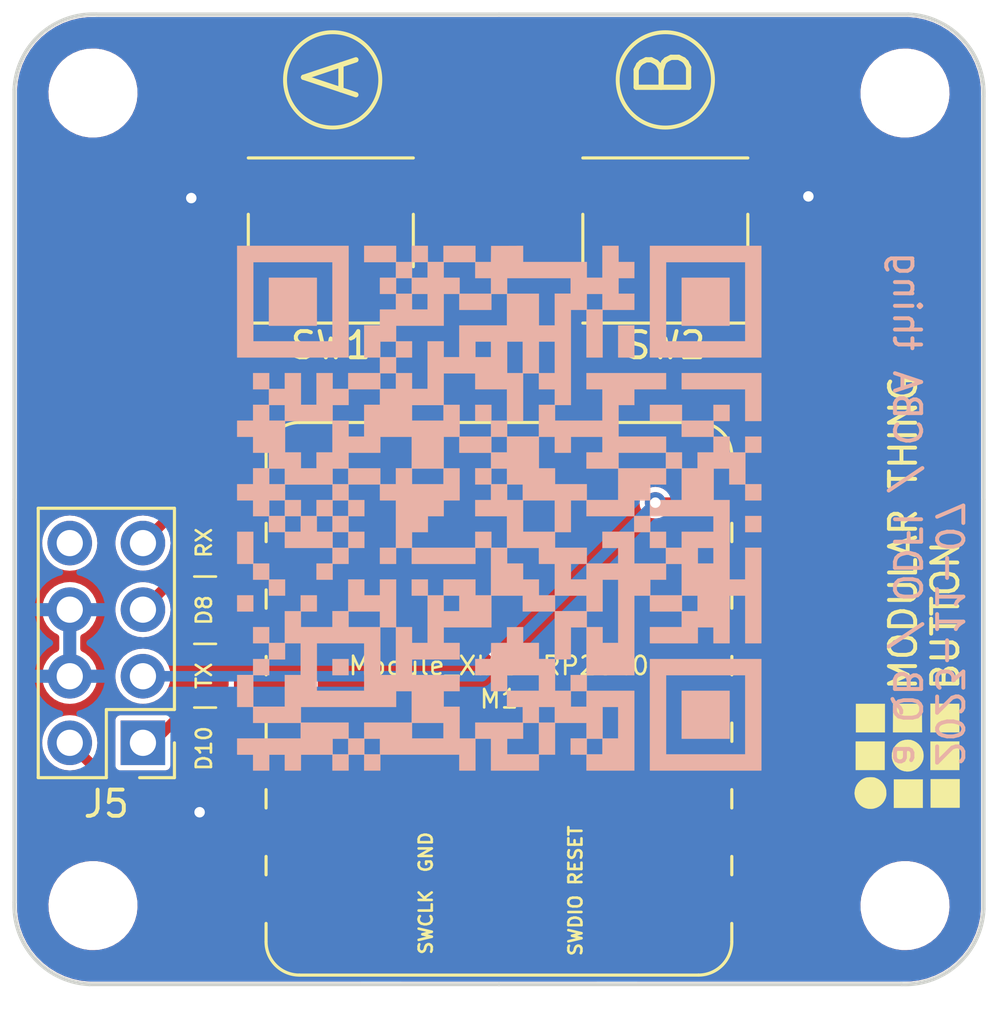
<source format=kicad_pcb>
(kicad_pcb (version 20221018) (generator pcbnew)
  (layers (0 "F.Cu" signal) (31 "B.Cu" signal) (34 "B.Paste" user) (35 "F.Paste" user) (36 "B.SilkS" user "B.Silkscreen") (37 "F.SilkS" user "F.Silkscreen") (38 "B.Mask" user) (39 "F.Mask" user) (44 "Edge.Cuts" user))
  (net 0 "")
  (net 1 "PWR_GND")
  (net 2 "B_P3")
  (net 3 "B_P2")
  (net 11 "PWR_5V")
  (net 12 "PWR_3V3")
  (net 15 "B_TX")
  (net 16 "B_RX")
  (net 18 "BTN_A")
  (net 19 "BTN_B")
  (footprint "fab:Mounting_NEMA17" (layer "F.Cu") (at 139.7 63.5)
    (fp_text reference "REF**" hide)
    (fp_text value "Mounting_NEMA17" hide)
    (pad "" np_thru_hole circle locked (at -15.5 -15.5) (size 3.2 3.2) (drill 3.2) (layers "F&B.Cu" "*.Mask"))
    (pad "" np_thru_hole circle locked (at -15.5 15.5) (size 3.2 3.2) (drill 3.2) (layers "F&B.Cu" "*.Mask"))
    (pad "" np_thru_hole circle locked (at 15.5 -15.5) (size 3.2 3.2) (drill 3.2) (layers "F&B.Cu" "*.Mask"))
    (pad "" np_thru_hole circle locked (at 15.5 15.5) (size 3.2 3.2) (drill 3.2) (layers "F&B.Cu" "*.Mask"))
  )
  (footprint "fab:Button_Omron_B3SN_6.0x6.0mm" (layer "F.Cu") (at 146.05 53.626 180)
    (fp_text reference "SW2" (at 0 -4) (layer "F.SilkS"))
    (fp_text value "Switch_Tactile_Omron" hide)
    (fp_line (start -3.15 -3.15) (end 3.15 -3.15) (stroke (width 0.12)) (layer "F.SilkS"))
    (fp_line (start -3.15 1) (end -3.15 -1) (stroke (width 0.12)) (layer "F.SilkS"))
    (fp_line (start 3.15 -1) (end 3.15 1) (stroke (width 0.12)) (layer "F.SilkS"))
    (fp_line (start 3.15 3.15) (end -3.15 3.15) (stroke (width 0.12)) (layer "F.SilkS"))
    (pad "1" smd rect (at -3.5 -2 180) (size 2.5 1.5) (layers "F.Cu" "F.Paste" "F.Mask") (net 19 "BTN_B"))
    (pad "1" smd rect (at 3.5 -2 180) (size 2.5 1.5) (layers "F.Cu" "F.Paste" "F.Mask") (net 19 "BTN_B"))
    (pad "2" smd rect (at -3.5 2 180) (size 2.5 1.5) (layers "F.Cu" "F.Paste" "F.Mask") (net 1 "PWR_GND"))
    (pad "2" smd rect (at 3.5 2 180) (size 2.5 1.5) (layers "F.Cu" "F.Paste" "F.Mask") (net 1 "PWR_GND"))
  )
  (footprint "fab:SeeedStudio_XIAO_RP2040_SMD" (layer "F.Cu") (at 139.7 71.12 180)
    (fp_text reference "M1" (at 0 0 unlocked) (layer "F.SilkS") (effects (font (size 0.7 0.7) (thickness 0.1))))
    (fp_text value "Module_XIAO-RP2040" (at 0.005 1.27 unlocked) (layer "F.SilkS") (effects (font (size 0.7 0.7) (thickness 0.1))))
    (fp_text user "SWCLK" (at 2.794 -8.509 90 unlocked) (layer "F.SilkS") (effects (font (size 0.5 0.5) (thickness 0.1) bold)))
    (fp_text user "GND" (at 2.794 -5.842 90 unlocked) (layer "F.SilkS") (effects (font (size 0.5 0.5) (thickness 0.1) bold)))
    (fp_text user "SWDIO" (at -2.921 -8.636 90 unlocked) (layer "F.SilkS") (effects (font (size 0.5 0.5) (thickness 0.1) bold)))
    (fp_text user "RESET" (at -2.921 -5.969 90 unlocked) (layer "F.SilkS") (effects (font (size 0.5 0.5) (thickness 0.1) bold)))
    (fp_line (start -8.89 -0.9144) (end -8.89 -1.6156) (stroke (width 0.12)) (layer "F.SilkS"))
    (fp_line (start -8.89 1.6256) (end -8.89 0.9244) (stroke (width 0.12)) (layer "F.SilkS"))
    (fp_line (start -8.89 4.1656) (end -8.89 3.4644) (stroke (width 0.12)) (layer "F.SilkS"))
    (fp_line (start -8.89 6.7056) (end -8.89 6.0044) (stroke (width 0.12)) (layer "F.SilkS"))
    (fp_line (start -8.89 9.281) (end -8.89 8.5798) (stroke (width 0.12)) (layer "F.SilkS"))
    (fp_line (start -8.8875 -8.5598) (end -8.8875 -9.261) (stroke (width 0.12)) (layer "F.SilkS"))
    (fp_line (start -8.8875 -6.7056) (end -8.8875 -6.0044) (stroke (width 0.12)) (layer "F.SilkS"))
    (fp_line (start -8.8875 -3.4544) (end -8.8875 -4.1556) (stroke (width 0.12)) (layer "F.SilkS"))
    (fp_line (start -7.6175 -10.531) (end 7.6225 -10.531) (stroke (width 0.12)) (layer "F.SilkS"))
    (fp_line (start 7.6225 10.551) (end -7.6175 10.551) (stroke (width 0.12)) (layer "F.SilkS"))
    (fp_line (start 8.89 -0.9144) (end 8.89 -1.6156) (stroke (width 0.12)) (layer "F.SilkS"))
    (fp_line (start 8.89 1.6256) (end 8.89 0.9244) (stroke (width 0.12)) (layer "F.SilkS"))
    (fp_line (start 8.89 4.1656) (end 8.89 3.4644) (stroke (width 0.12)) (layer "F.SilkS"))
    (fp_line (start 8.89 6.7056) (end 8.89 6.0044) (stroke (width 0.12)) (layer "F.SilkS"))
    (fp_line (start 8.89 9.281) (end 8.89 8.5798) (stroke (width 0.12)) (layer "F.SilkS"))
    (fp_line (start 8.8925 -8.5598) (end 8.8925 -9.261) (stroke (width 0.12)) (layer "F.SilkS"))
    (fp_line (start 8.8925 -6.7056) (end 8.8925 -6.0044) (stroke (width 0.12)) (layer "F.SilkS"))
    (fp_line (start 8.8925 -3.4544) (end 8.8925 -4.1556) (stroke (width 0.12)) (layer "F.SilkS"))
    (fp_arc (start -8.8875 -9.261) (mid -8.515526 -10.159026) (end -7.6175 -10.531) (stroke (width 0.12)) (layer "F.SilkS"))
    (fp_arc (start -7.6175 10.551) (mid -8.515526 10.179026) (end -8.8875 9.281) (stroke (width 0.12)) (layer "F.SilkS"))
    (fp_arc (start 7.6225 -10.531) (mid 8.520526 -10.159026) (end 8.8925 -9.261) (stroke (width 0.12)) (layer "F.SilkS"))
    (fp_arc (start 8.8925 9.281) (mid 8.520526 10.179026) (end 7.6225 10.551) (stroke (width 0.12)) (layer "F.SilkS"))
    (pad "1" smd rect (at -7.615 -7.62 180) (size 3 1.6) (drill (offset -1 0)) (layers "F.Cu" "F.Paste" "F.Mask"))
    (pad "2" smd rect (at -7.615 -5.08 180) (size 3 1.6) (drill (offset -1 0)) (layers "F.Cu" "F.Paste" "F.Mask"))
    (pad "3" smd rect (at -7.615 -2.54 180) (size 3 1.6) (drill (offset -1 0)) (layers "F.Cu" "F.Paste" "F.Mask"))
    (pad "4" smd rect (at -7.615 0 180) (size 3 1.6) (drill (offset -1 0)) (layers "F.Cu" "F.Paste" "F.Mask") (net 18 "BTN_A"))
    (pad "5" smd rect (at -7.615 2.54 180) (size 3 1.6) (drill (offset -1 0)) (layers "F.Cu" "F.Paste" "F.Mask") (net 19 "BTN_B"))
    (pad "6" smd rect (at -7.615 5.08 180) (size 3 1.6) (drill (offset -1 0)) (layers "F.Cu" "F.Paste" "F.Mask"))
    (pad "7" smd rect (at -7.615 7.62 180) (size 3 1.6) (drill (offset -1 0)) (layers "F.Cu" "F.Paste" "F.Mask") (net 15 "B_TX"))
    (pad "8" smd rect (at 7.62 7.62 180) (size 3 1.6) (drill (offset 1 0)) (layers "F.Cu" "F.Paste" "F.Mask") (net 16 "B_RX"))
    (pad "9" smd rect (at 7.62 5.08 180) (size 3 1.6) (drill (offset 1 0)) (layers "F.Cu" "F.Paste" "F.Mask") (net 3 "B_P2"))
    (pad "10" smd rect (at 7.62 2.54 180) (size 3 1.6) (drill (offset 1 0)) (layers "F.Cu" "F.Paste" "F.Mask"))
    (pad "11" smd rect (at 7.62 0 180) (size 3 1.6) (drill (offset 1 0)) (layers "F.Cu" "F.Paste" "F.Mask") (net 2 "B_P3"))
    (pad "12" smd rect (at 7.62 -2.54 180) (size 3 1.6) (drill (offset 1 0)) (layers "F.Cu" "F.Paste" "F.Mask") (net 12 "PWR_3V3"))
    (pad "13" smd rect (at 7.62 -5.08 180) (size 3 1.6) (drill (offset 1 0)) (layers "F.Cu" "F.Paste" "F.Mask") (net 1 "PWR_GND"))
    (pad "14" smd rect (at 7.62 -7.62 180) (size 3 1.6) (drill (offset 1 0)) (layers "F.Cu" "F.Paste" "F.Mask") (net 11 "PWR_5V"))
    (pad "15" smd rect (at 1.275 8.89 90) (size 2.4 1.2) (layers "F.Cu" "F.Paste" "F.Mask"))
    (pad "16" smd rect (at -1.265 8.89 90) (size 2.4 1.2) (layers "F.Cu" "F.Paste" "F.Mask"))
    (pad "17" smd circle (at -1.27 -8.5 180) (size 1.2 1.2) (layers "F.Cu" "F.Paste" "F.Mask"))
    (pad "18" smd circle (at -1.27 -5.96 180) (size 1.2 1.2) (layers "F.Cu" "F.Paste" "F.Mask"))
    (pad "19" smd circle (at 1.27 -5.96 180) (size 1.2 1.2) (layers "F.Cu" "F.Paste" "F.Mask"))
    (pad "20" smd circle (at 1.27 -8.5 180) (size 1.2 1.2) (layers "F.Cu" "F.Paste" "F.Mask"))
    (zone (net 0) (net_name "") (layers "F.Cu" "F.Paste" "F.Mask" "User.1") (name "USB_MECHA") (connect_pads (clearance 0)) (min_thickness 0.25)
      (keepout (tracks not_allowed) (vias not_allowed) (pads not_allowed) (copperpour not_allowed) (footprints not_allowed))
      (fill (thermal_gap 0.5) (thermal_bridge_width 0.5))
      (polygon (pts (xy 135.9 77.62) (xy 134.5 77.62) (xy 134.5 75.42) (xy 135.9 75.42)))
    )
    (zone (net 0) (net_name "") (layers "F.Cu" "F.Paste" "F.Mask" "User.1") (name "USB_MECHA") (connect_pads (clearance 0)) (min_thickness 0.25)
      (keepout (tracks not_allowed) (vias not_allowed) (pads not_allowed) (copperpour not_allowed) (footprints not_allowed))
      (fill (thermal_gap 0.5) (thermal_bridge_width 0.5))
      (polygon (pts (xy 135.9 81.67) (xy 134.5 81.67) (xy 134.5 79.62) (xy 135.9 79.62)))
    )
    (zone (net 0) (net_name "") (layers "F.Cu" "F.Paste" "F.Mask" "User.1") (name "USB_MECHA") (connect_pads (clearance 0)) (min_thickness 0.25)
      (keepout (tracks not_allowed) (vias not_allowed) (pads not_allowed) (copperpour not_allowed) (footprints not_allowed))
      (fill (thermal_gap 0.5) (thermal_bridge_width 0.5))
      (polygon (pts (xy 144.9 77.62) (xy 143.5 77.62) (xy 143.5 75.42) (xy 144.9 75.42)))
    )
    (zone (net 0) (net_name "") (layers "F.Cu" "F.Paste" "F.Mask" "User.1") (name "USB_MECHA") (connect_pads (clearance 0)) (min_thickness 0.25)
      (keepout (tracks not_allowed) (vias not_allowed) (pads not_allowed) (copperpour not_allowed) (footprints not_allowed))
      (fill (thermal_gap 0.5) (thermal_bridge_width 0.5))
      (polygon (pts (xy 144.9 81.67) (xy 143.5 81.67) (xy 143.5 79.62) (xy 144.9 79.62)))
    )
  )
  (footprint "fab:Button_Omron_B3SN_6.0x6.0mm" (layer "F.Cu") (at 133.279 53.626 180)
    (fp_text reference "SW1" (at 0 -4) (layer "F.SilkS"))
    (fp_text value "Switch_Tactile_Omron" hide)
    (fp_line (start -3.15 -3.15) (end 3.15 -3.15) (stroke (width 0.12)) (layer "F.SilkS"))
    (fp_line (start -3.15 1) (end -3.15 -1) (stroke (width 0.12)) (layer "F.SilkS"))
    (fp_line (start 3.15 -1) (end 3.15 1) (stroke (width 0.12)) (layer "F.SilkS"))
    (fp_line (start 3.15 3.15) (end -3.15 3.15) (stroke (width 0.12)) (layer "F.SilkS"))
    (pad "1" smd rect (at -3.5 -2 180) (size 2.5 1.5) (layers "F.Cu" "F.Paste" "F.Mask") (net 18 "BTN_A"))
    (pad "1" smd rect (at 3.5 -2 180) (size 2.5 1.5) (layers "F.Cu" "F.Paste" "F.Mask") (net 18 "BTN_A"))
    (pad "2" smd rect (at -3.5 2 180) (size 2.5 1.5) (layers "F.Cu" "F.Paste" "F.Mask") (net 1 "PWR_GND"))
    (pad "2" smd rect (at 3.5 2 180) (size 2.5 1.5) (layers "F.Cu" "F.Paste" "F.Mask") (net 1 "PWR_GND"))
  )
  (footprint "fab:PinHeader_2x04_P2.54mm_Vertical_pinch" (layer "F.Cu") (at 125.98 72.79 180)
    (fp_text reference "J5" (at 1.27 -2.33) (layer "F.SilkS"))
    (fp_text value "Conn_02x04_Odd_Even" hide)
    (fp_line (start -1.33 -1.33) (end 0 -1.33) (stroke (width 0.12)) (layer "F.SilkS"))
    (fp_line (start -1.33 0) (end -1.33 -1.33) (stroke (width 0.12)) (layer "F.SilkS"))
    (fp_line (start -1.33 1.27) (end -1.33 8.95) (stroke (width 0.12)) (layer "F.SilkS"))
    (fp_line (start -1.33 1.27) (end 1.27 1.27) (stroke (width 0.12)) (layer "F.SilkS"))
    (fp_line (start -1.33 8.95) (end 3.87 8.95) (stroke (width 0.12)) (layer "F.SilkS"))
    (fp_line (start 1.27 -1.33) (end 3.87 -1.33) (stroke (width 0.12)) (layer "F.SilkS"))
    (fp_line (start 1.27 1.27) (end 1.27 -1.33) (stroke (width 0.12)) (layer "F.SilkS"))
    (fp_line (start 3.87 -1.33) (end 3.87 8.95) (stroke (width 0.12)) (layer "F.SilkS"))
    (pad "1" thru_hole rect (at -0.127 0 180) (size 1.7 1.7) (drill 1) (layers "*.Cu" "*.Mask") (net 2 "B_P3"))
    (pad "2" thru_hole oval (at 2.667 0 180) (size 1.7 1.7) (drill 1) (layers "*.Cu" "*.Mask") (net 11 "PWR_5V"))
    (pad "3" thru_hole oval (at -0.127 2.54 180) (size 1.7 1.7) (drill 1) (layers "*.Cu" "*.Mask") (net 15 "B_TX"))
    (pad "4" thru_hole oval (at 2.667 2.54 180) (size 1.7 1.7) (drill 1) (layers "*.Cu" "*.Mask") (net 1 "PWR_GND"))
    (pad "5" thru_hole oval (at -0.127 5.08 180) (size 1.7 1.7) (drill 1) (layers "*.Cu" "*.Mask") (net 3 "B_P2"))
    (pad "6" thru_hole oval (at 2.667 5.08 180) (size 1.7 1.7) (drill 1) (layers "*.Cu" "*.Mask") (net 1 "PWR_GND"))
    (pad "7" thru_hole oval (at -0.127 7.62 180) (size 1.7 1.7) (drill 1) (layers "*.Cu" "*.Mask") (net 16 "B_RX"))
    (pad "8" thru_hole oval (at 2.667 7.62 180) (size 1.7 1.7) (drill 1) (layers "*.Cu" "*.Mask"))
  )
  (footprint "fab:cba_logo" (layer "F.Cu") (at 155.194 73.152 90)
    (fp_text reference "Ref**" hide)
    (fp_text value "Val**" hide)
    (fp_poly (pts (xy -1.035539 0.683846) (xy -2.119923 0.683846) (xy -2.119923 -0.420077) (xy -1.035539 -0.420077) (xy -1.035539 0.683846)) (stroke (width 0.01)) (fill solid) (layer "F.SilkS"))
    (fp_poly (pts (xy -1.02577 2.090615) (xy -2.110154 2.090615) (xy -2.110154 0.986692) (xy -1.02577 0.986692) (xy -1.02577 2.090615)) (stroke (width 0.01)) (fill solid) (layer "F.SilkS"))
    (fp_poly (pts (xy 0.410307 -0.77177) (xy -0.674077 -0.77177) (xy -0.674077 -1.875693) (xy 0.410307 -1.875693) (xy 0.410307 -0.77177)) (stroke (width 0.01)) (fill solid) (layer "F.SilkS"))
    (fp_poly (pts (xy 0.410307 2.080846) (xy -0.674077 2.080846) (xy -0.674077 0.976923) (xy 0.410307 0.976923) (xy 0.410307 2.080846)) (stroke (width 0.01)) (fill solid) (layer "F.SilkS"))
    (fp_poly (pts (xy 1.846384 -0.762) (xy 0.762 -0.762) (xy 0.762 -1.865923) (xy 1.846384 -1.865923) (xy 1.846384 -0.762)) (stroke (width 0.01)) (fill solid) (layer "F.SilkS"))
    (fp_poly (pts (xy 1.306634 -0.447025) (xy 1.851269 -0.4445) (xy 1.851269 0.649654) (xy 1.306634 0.652178) (xy 0.762 0.654702) (xy 0.762 -0.449549) (xy 1.306634 -0.447025)) (stroke (width 0.01)) (fill solid) (layer "F.SilkS"))
    (fp_poly (pts (xy 1.853793 1.526442) (xy 1.851269 2.075961) (xy 1.306634 2.078486) (xy 0.762 2.08101) (xy 0.762 0.976923) (xy 1.856316 0.976923) (xy 1.853793 1.526442)) (stroke (width 0.01)) (fill solid) (layer "F.SilkS"))
    (fp_poly (pts (xy -0.027594 -0.488456) (xy 0.077413 -0.461512) (xy 0.144669 -0.433755) (xy 0.20451 -0.398305) (xy 0.266002 -0.350078) (xy 0.324369 -0.293761) (xy 0.374838 -0.234044) (xy 0.412635 -0.175615) (xy 0.417742 -0.165561) (xy 0.451366 -0.077559) (xy 0.4721 0.01787) (xy 0.47931 0.115021) (xy 0.472361 0.20819) (xy 0.463891 0.249505) (xy 0.428741 0.349184) (xy 0.376966 0.441105) (xy 0.31063 0.523203) (xy 0.231801 0.593412) (xy 0.142544 0.649666) (xy 0.044923 0.6899) (xy 0.015043 0.698353) (xy -0.035395 0.706964) (xy -0.097099 0.711312) (xy -0.16232 0.711367) (xy -0.223309 0.707101) (xy -0.268654 0.699425) (xy -0.359662 0.667708) (xy -0.447212 0.619718) (xy -0.527704 0.55836) (xy -0.597539 0.486537) (xy -0.653117 0.407155) (xy -0.669595 0.375932) (xy -0.707633 0.275842) (xy -0.727671 0.173482) (xy -0.73034 0.071011) (xy -0.716273 -0.029412) (xy -0.686101 -0.125627) (xy -0.640457 -0.215473) (xy -0.579972 -0.296793) (xy -0.505278 -0.367425) (xy -0.438752 -0.413009) (xy -0.341622 -0.4592) (xy -0.239276 -0.487223) (xy -0.133878 -0.497) (xy -0.027594 -0.488456)) (stroke (width 0.01)) (fill solid) (layer "F.SilkS"))
    (fp_poly (pts (xy -1.443678 -1.907812) (xy -1.340482 -1.880233) (xy -1.245195 -1.835411) (xy -1.159291 -1.774131) (xy -1.084246 -1.697181) (xy -1.047616 -1.647692) (xy -1.006623 -1.578729) (xy -0.97832 -1.511231) (xy -0.961095 -1.439539) (xy -0.953336 -1.357995) (xy -0.9525 -1.313962) (xy -0.953208 -1.257758) (xy -0.955849 -1.214841) (xy -0.961205 -1.178991) (xy -0.970055 -1.143992) (xy -0.976334 -1.123953) (xy -1.016905 -1.030516) (xy -1.073892 -0.944372) (xy -1.144792 -0.867928) (xy -1.227101 -0.803593) (xy -1.318317 -0.753778) (xy -1.387231 -0.728508) (xy -1.426509 -0.719984) (xy -1.477194 -0.713168) (xy -1.532184 -0.7086) (xy -1.58438 -0.70682) (xy -1.62668 -0.708368) (xy -1.636346 -0.709557) (xy -1.74056 -0.73508) (xy -1.83672 -0.777211) (xy -1.923254 -0.834238) (xy -1.99859 -0.904448) (xy -2.061155 -0.986127) (xy -2.109377 -1.077564) (xy -2.141683 -1.177044) (xy -2.156093 -1.275716) (xy -2.153584 -1.382159) (xy -2.133399 -1.483428) (xy -2.097033 -1.577929) (xy -2.045984 -1.664069) (xy -1.981749 -1.740255) (xy -1.905824 -1.804893) (xy -1.819706 -1.85639) (xy -1.724891 -1.893153) (xy -1.622877 -1.913588) (xy -1.553308 -1.917361) (xy -1.443678 -1.907812)) (stroke (width 0.01)) (fill solid) (layer "F.SilkS"))
  )
  (footprint "fab:qr_programmer" (layer "B.Cu") (at 139.7 63.5 180)
    (fp_text reference "Ref**" hide)
    (fp_text value "Val**" hide)
    (fp_poly (pts (xy -9.398 -1.250461) (xy -10.013462 -1.250461) (xy -10.013462 -0.635) (xy -9.398 -0.635) (xy -9.398 -1.250461)) (stroke (width 0.01)) (fill solid) (layer "B.SilkS"))
    (fp_poly (pts (xy -6.975231 -9.134231) (xy -8.802077 -9.134231) (xy -8.802077 -7.307384) (xy -6.975231 -7.307384) (xy -6.975231 -9.134231)) (stroke (width 0.01)) (fill solid) (layer "B.SilkS"))
    (fp_poly (pts (xy -6.975231 6.623539) (xy -8.802077 6.623539) (xy -8.802077 8.450385) (xy -6.975231 8.450385) (xy -6.975231 6.623539)) (stroke (width 0.01)) (fill solid) (layer "B.SilkS"))
    (fp_poly (pts (xy -4.552462 5.412154) (xy -5.167923 5.412154) (xy -5.167923 6.633308) (xy -4.552462 6.633308) (xy -4.552462 5.412154)) (stroke (width 0.01)) (fill solid) (layer "B.SilkS"))
    (fp_poly (pts (xy 6.359769 -6.711461) (xy 5.744307 -6.711461) (xy 5.744307 -6.096) (xy 6.359769 -6.096) (xy 6.359769 -6.711461)) (stroke (width 0.01)) (fill solid) (layer "B.SilkS"))
    (fp_poly (pts (xy 8.782538 6.623539) (xy 6.955692 6.623539) (xy 6.955692 8.450385) (xy 8.782538 8.450385) (xy 8.782538 6.623539)) (stroke (width 0.01)) (fill solid) (layer "B.SilkS"))
    (fp_poly (pts (xy 9.993923 -4.278923) (xy 9.378461 -4.278923) (xy 9.378461 -3.663461) (xy 9.993923 -3.663461) (xy 9.993923 -4.278923)) (stroke (width 0.01)) (fill solid) (layer "B.SilkS"))
    (fp_poly (pts (xy -6.975231 4.200769) (xy -9.398 4.200769) (xy -9.398 2.989385) (xy -10.013462 2.989385) (xy -10.013462 4.816231) (xy -6.975231 4.816231) (xy -6.975231 4.200769)) (stroke (width 0.01)) (fill solid) (layer "B.SilkS"))
    (fp_poly (pts (xy -5.763846 -10.345615) (xy -10.013462 -10.345615) (xy -10.013462 -6.711461) (xy -9.398 -6.711461) (xy -9.398 -9.730154) (xy -6.379308 -9.730154) (xy -6.379308 -6.711461) (xy -9.398 -6.711461) (xy -10.013462 -6.711461) (xy -10.013462 -6.096) (xy -5.763846 -6.096) (xy -5.763846 -10.345615)) (stroke (width 0.01)) (fill solid) (layer "B.SilkS"))
    (fp_poly (pts (xy -5.763846 5.412154) (xy -10.013462 5.412154) (xy -10.013462 9.046308) (xy -9.398 9.046308) (xy -9.398 6.027616) (xy -6.379308 6.027616) (xy -6.379308 9.046308) (xy -9.398 9.046308) (xy -10.013462 9.046308) (xy -10.013462 9.671539) (xy -5.763846 9.671539) (xy -5.763846 5.412154)) (stroke (width 0.01)) (fill solid) (layer "B.SilkS"))
    (fp_poly (pts (xy 9.993923 5.412154) (xy 5.744307 5.412154) (xy 5.744307 9.046308) (xy 6.359769 9.046308) (xy 6.359769 6.027616) (xy 9.378461 6.027616) (xy 9.378461 9.046308) (xy 6.359769 9.046308) (xy 5.744307 9.046308) (xy 5.744307 9.671539) (xy 9.993923 9.671539) (xy 9.993923 5.412154)) (stroke (width 0.01)) (fill solid) (layer "B.SilkS"))
    (fp_poly (pts (xy 9.993923 -2.461846) (xy 9.388231 -2.461846) (xy 9.388231 -3.067538) (xy 8.782538 -3.067538) (xy 8.782538 -3.673231) (xy 8.167077 -3.673231) (xy 8.167077 -3.057769) (xy 8.772769 -3.057769) (xy 8.772769 -2.452077) (xy 9.378461 -2.452077) (xy 9.378461 -1.240692) (xy 9.993923 -1.240692) (xy 9.993923 -2.461846)) (stroke (width 0.01)) (fill solid) (layer "B.SilkS"))
    (fp_poly (pts (xy -0.310173 9.66917) (xy 0.297961 9.666654) (xy 0.300543 9.361366) (xy 0.303124 9.056077) (xy 0.898769 9.056077) (xy 0.898769 9.671539) (xy 2.119923 9.671539) (xy 2.119923 9.056077) (xy 2.715846 9.056077) (xy 2.715846 9.671539) (xy 3.331307 9.671539) (xy 3.331307 9.056077) (xy 3.927231 9.056077) (xy 3.927231 9.671539) (xy 5.148384 9.671539) (xy 5.148384 9.046308) (xy 3.937 9.046308) (xy 3.937 8.450385) (xy 4.542692 8.450385) (xy 4.542692 7.834923) (xy 3.937 7.834923) (xy 3.937 7.239) (xy 4.542692 7.239) (xy 4.542692 6.633308) (xy 5.148384 6.633308) (xy 5.148384 5.412154) (xy 4.542692 5.412154) (xy 4.542692 4.816231) (xy 5.754077 4.816231) (xy 5.754077 4.210539) (xy 6.35 4.210539) (xy 6.35 4.816231) (xy 6.965461 4.816231) (xy 6.965461 3.604846) (xy 7.561384 3.604846) (xy 7.561384 4.816231) (xy 8.176846 4.816231) (xy 8.176846 4.210539) (xy 8.772769 4.210539) (xy 8.772769 4.816231) (xy 9.388231 4.816231) (xy 9.388231 4.200769) (xy 8.782538 4.200769) (xy 8.782538 3.604846) (xy 9.388231 3.604846) (xy 9.388231 2.999154) (xy 9.993923 2.999154) (xy 9.993923 2.383693) (xy 9.388231 2.383693) (xy 9.388231 1.778) (xy 8.782538 1.778) (xy 8.782538 1.182077) (xy 9.388231 1.182077) (xy 9.388231 0.576385) (xy 9.993923 0.576385) (xy 9.993923 -0.039077) (xy 9.388231 -0.039077) (xy 9.388231 -0.644769) (xy 8.782538 -0.644769) (xy 8.782538 -1.250461) (xy 8.176846 -1.250461) (xy 8.176846 -1.856154) (xy 6.359769 -1.856154) (xy 6.359769 -2.452077) (xy 6.965461 -2.452077) (xy 6.965461 -3.067538) (xy 6.35 -3.067538) (xy 6.35 -2.461846) (xy 5.744307 -2.461846) (xy 5.744307 -1.856154) (xy 5.138615 -1.856154) (xy 5.138615 -1.250461) (xy 5.754077 -1.250461) (xy 5.754077 -1.846384) (xy 6.35 -1.846384) (xy 6.35 -1.250461) (xy 5.754077 -1.250461) (xy 5.138615 -1.250461) (xy 5.138615 -1.240692) (xy 5.744307 -1.240692) (xy 5.744307 -0.644769) (xy 6.359769 -0.644769) (xy 6.359769 -1.240692) (xy 6.955692 -1.240692) (xy 6.955692 -0.644769) (xy 7.571154 -0.644769) (xy 7.571154 -1.240692) (xy 8.167077 -1.240692) (xy 8.167077 -0.644769) (xy 7.571154 -0.644769) (xy 6.955692 -0.644769) (xy 6.359769 -0.644769) (xy 5.744307 -0.644769) (xy 5.138615 -0.644769) (xy 5.138615 -0.039077) (xy 5.754077 -0.039077) (xy 5.754077 -0.635) (xy 6.35 -0.635) (xy 6.35 -0.039077) (xy 5.754077 -0.039077) (xy 5.138615 -0.039077) (xy 5.138615 -0.029307) (xy 5.744307 -0.029307) (xy 5.744307 0.566616) (xy 6.359769 0.566616) (xy 6.359769 -0.029307) (xy 6.965461 -0.029307) (xy 6.965461 -0.635) (xy 7.561384 -0.635) (xy 7.561384 -0.039077) (xy 8.176846 -0.039077) (xy 8.176846 -0.635) (xy 8.772769 -0.635) (xy 8.772769 -0.039077) (xy 8.176846 -0.039077) (xy 7.561384 -0.039077) (xy 7.561384 -0.029307) (xy 8.167077 -0.029307) (xy 8.167077 0.566616) (xy 6.359769 0.566616) (xy 5.744307 0.566616) (xy 4.542692 0.566616) (xy 4.542692 -0.039077) (xy 3.937 -0.039077) (xy 3.937 -1.846384) (xy 4.542692 -1.846384) (xy 4.542692 -2.461846) (xy 3.927231 -2.461846) (xy 3.927231 -1.856154) (xy 3.331307 -1.856154) (xy 3.331307 -2.461846) (xy 0.898769 -2.461846) (xy 0.898769 -1.856154) (xy 0.302846 -1.856154) (xy 0.302846 -3.663461) (xy 0.898769 -3.663461) (xy 0.898769 -3.057769) (xy 2.119923 -3.057769) (xy 2.119923 -3.663461) (xy 2.715846 -3.663461) (xy 2.715846 -3.057769) (xy 3.331307 -3.057769) (xy 3.331307 -3.673231) (xy 2.725615 -3.673231) (xy 2.725615 -5.480538) (xy 3.321538 -5.480538) (xy 3.321538 -4.884615) (xy 3.937 -4.884615) (xy 3.937 -6.701692) (xy 4.532923 -6.701692) (xy 4.532923 -5.490307) (xy 5.148384 -5.490307) (xy 5.148384 -7.307384) (xy 6.955692 -7.307384) (xy 6.955692 -5.490307) (xy 7.571154 -5.490307) (xy 7.571154 -6.701692) (xy 8.176846 -6.701692) (xy 8.176846 -7.913077) (xy 9.378461 -7.913077) (xy 9.378461 -6.711461) (xy 8.772769 -6.711461) (xy 8.772769 -6.105769) (xy 8.167077 -6.105769) (xy 8.167077 -5.490307) (xy 7.571154 -5.490307) (xy 6.955692 -5.490307) (xy 5.148384 -5.490307) (xy 4.532923 -5.490307) (xy 4.532923 -4.884615) (xy 3.937 -4.884615) (xy 3.321538 -4.884615) (xy 3.321538 -4.874846) (xy 3.927231 -4.874846) (xy 3.927231 -4.278923) (xy 4.542692 -4.278923) (xy 4.542692 -4.874846) (xy 5.744307 -4.874846) (xy 5.744307 -4.278923) (xy 4.542692 -4.278923) (xy 3.927231 -4.278923) (xy 3.927231 -3.057769) (xy 4.542692 -3.057769) (xy 4.542692 -3.663461) (xy 5.138615 -3.663461) (xy 5.138615 -3.057769) (xy 5.754077 -3.057769) (xy 5.754077 -4.269154) (xy 6.359769 -4.269154) (xy 6.359769 -4.874846) (xy 7.561384 -4.874846) (xy 7.561384 -4.278923) (xy 6.955692 -4.278923) (xy 6.955692 -3.663461) (xy 7.571154 -3.663461) (xy 7.571154 -4.269154) (xy 8.176846 -4.269154) (xy 8.176846 -5.480538) (xy 8.772769 -5.480538) (xy 8.772769 -4.874846) (xy 9.388231 -4.874846) (xy 9.388231 -5.490307) (xy 8.782538 -5.490307) (xy 8.782538 -6.096) (xy 9.388231 -6.096) (xy 9.388231 -6.701692) (xy 9.993923 -6.701692) (xy 9.993923 -7.922846) (xy 9.388231 -7.922846) (xy 9.388231 -8.528538) (xy 7.571154 -8.528538) (xy 7.571154 -9.124461) (xy 9.993923 -9.124461) (xy 9.993923 -9.739923) (xy 9.388231 -9.739923) (xy 9.388231 -10.345615) (xy 8.772769 -10.345615) (xy 8.772769 -9.739923) (xy 8.176846 -9.739923) (xy 8.176846 -10.345615) (xy 7.561384 -10.345615) (xy 7.561384 -9.739923) (xy 6.359769 -9.739923) (xy 6.359769 -10.345615) (xy 5.744307 -10.345615) (xy 5.744307 -9.739923) (xy 5.148384 -9.739923) (xy 5.148384 -10.345615) (xy 4.532923 -10.345615) (xy 4.532923 -9.739923) (xy 1.514231 -9.739923) (xy 1.514231 -10.345615) (xy 0.898769 -10.345615) (xy 0.898769 -9.134231) (xy 4.542692 -9.134231) (xy 4.542692 -9.730154) (xy 5.138615 -9.730154) (xy 5.138615 -9.134231) (xy 5.754077 -9.134231) (xy 5.754077 -9.730154) (xy 6.35 -9.730154) (xy 6.35 -9.134231) (xy 5.754077 -9.134231) (xy 5.138615 -9.134231) (xy 4.542692 -9.134231) (xy 0.898769 -9.134231) (xy 0.302846 -9.134231) (xy 0.302846 -10.345615) (xy -1.524 -10.345615) (xy -1.524 -9.739923) (xy -2.139462 -9.739923) (xy -2.139462 -8.528538) (xy -1.524 -8.528538) (xy -1.524 -9.730154) (xy -0.312616 -9.730154) (xy -0.312616 -9.134231) (xy -0.918308 -9.134231) (xy -0.918308 -8.528538) (xy -1.524 -8.528538) (xy -2.139462 -8.528538) (xy -3.341077 -8.528538) (xy -3.341077 -9.124461) (xy -2.735385 -9.124461) (xy -2.735385 -9.739923) (xy -3.341077 -9.739923) (xy -3.341077 -10.345615) (xy -5.167923 -10.345615) (xy -5.167923 -9.134231) (xy -3.946769 -9.134231) (xy -3.946769 -9.730154) (xy -3.350846 -9.730154) (xy -3.350846 -9.134231) (xy -3.946769 -9.134231) (xy -5.167923 -9.134231) (xy -5.167923 -7.922846) (xy -4.552462 -7.922846) (xy -4.552462 -9.124461) (xy -3.956539 -9.124461) (xy -3.956539 -7.922846) (xy -2.129693 -7.922846) (xy -2.129693 -8.518769) (xy -1.524 -8.518769) (xy -1.524 -7.922846) (xy -2.129693 -7.922846) (xy -3.956539 -7.922846) (xy -4.552462 -7.922846) (xy -5.167923 -7.922846) (xy -5.167923 -7.317154) (xy -3.341077 -7.317154) (xy -3.341077 -7.913077) (xy -2.745154 -7.913077) (xy -2.745154 -7.317154) (xy -3.341077 -7.317154) (xy -5.167923 -7.317154) (xy -5.167923 -7.307384) (xy -3.350846 -7.307384) (xy -3.350846 -6.711461) (xy -5.167923 -6.711461) (xy -5.167923 -3.673231) (xy -5.763846 -3.673231) (xy -5.763846 -4.278923) (xy -6.975231 -4.278923) (xy -6.975231 -4.874846) (xy -5.763846 -4.874846) (xy -5.763846 -5.490307) (xy -7.590693 -5.490307) (xy -7.590693 -4.884615) (xy -8.186616 -4.884615) (xy -8.186616 -5.490307) (xy -8.802077 -5.490307) (xy -8.802077 -3.673231) (xy -7.580923 -3.673231) (xy -7.580923 -4.269154) (xy -6.985 -4.269154) (xy -6.985 -3.673231) (xy -7.580923 -3.673231) (xy -8.802077 -3.673231) (xy -9.398 -3.673231) (xy -9.398 -5.490307) (xy -10.013462 -5.490307) (xy -10.013462 -1.846384) (xy -9.398 -1.846384) (xy -9.398 -3.057769) (xy -8.802077 -3.057769) (xy -8.802077 -2.461846) (xy -6.975231 -2.461846) (xy -6.975231 -3.663461) (xy -5.773616 -3.663461) (xy -5.773616 -3.067538) (xy -4.552462 -3.067538) (xy -4.552462 -5.480538) (xy -3.956539 -5.480538) (xy -3.956539 -4.884615) (xy -3.341077 -4.884615) (xy -3.341077 -6.701692) (xy -2.735385 -6.701692) (xy -2.735385 -7.307384) (xy -2.139462 -7.307384) (xy -2.139462 -6.711461) (xy -1.524 -6.711461) (xy -1.524 -7.307384) (xy -0.312616 -7.307384) (xy -0.312616 -6.711461) (xy -1.524 -6.711461) (xy -2.139462 -6.711461) (xy -2.139462 -6.106051) (xy -2.439866 -6.103468) (xy -2.740269 -6.100884) (xy -2.742786 -5.49275) (xy -2.745302 -4.884615) (xy -3.341077 -4.884615) (xy -3.956539 -4.884615) (xy -3.956539 -4.874846) (xy -3.350846 -4.874846) (xy -3.350846 -4.278923) (xy -2.129693 -4.278923) (xy -2.129693 -6.096) (xy -1.524 -6.096) (xy -1.524 -5.480538) (xy -0.918308 -5.480538) (xy -0.918308 -4.874568) (xy -0.613019 -4.877149) (xy -0.307731 -4.879731) (xy -0.305148 -5.179993) (xy -0.302564 -5.480256) (xy -0.002302 -5.48284) (xy 0.297961 -5.485423) (xy 0.300543 -5.790711) (xy 0.303124 -6.096) (xy 0.908538 -6.096) (xy 0.908538 -6.711461) (xy 0.302846 -6.711461) (xy 0.302846 -7.317154) (xy -0.302846 -7.317154) (xy -0.302846 -7.922846) (xy -0.908539 -7.922846) (xy -0.908539 -8.518769) (xy 0.908538 -8.518769) (xy 0.908538 -9.124461) (xy 1.504461 -9.124461) (xy 1.504461 -8.528538) (xy 2.119923 -8.528538) (xy 2.119923 -9.124461) (xy 3.321538 -9.124461) (xy 3.321538 -8.528538) (xy 2.119923 -8.528538) (xy 1.504461 -8.528538) (xy 1.504461 -7.913077) (xy 2.110154 -7.913077) (xy 2.110154 -7.317154) (xy 3.331307 -7.317154) (xy 3.331307 -8.518769) (xy 5.148384 -8.518769) (xy 5.148384 -9.124461) (xy 5.744307 -9.124461) (xy 5.744307 -8.518769) (xy 7.561384 -8.518769) (xy 7.561384 -7.922846) (xy 3.927231 -7.922846) (xy 3.927231 -7.317154) (xy 3.331307 -7.317154) (xy 2.110154 -7.317154) (xy 1.504461 -7.317154) (xy 1.504461 -6.701692) (xy 3.321538 -6.701692) (xy 3.321538 -6.105769) (xy 1.504461 -6.105769) (xy 1.504461 -5.480538) (xy 2.110154 -5.480538) (xy 2.110154 -4.884615) (xy 0.293077 -4.884615) (xy 0.293077 -3.673231) (xy 1.514231 -3.673231) (xy 1.514231 -4.269154) (xy 2.110154 -4.269154) (xy 2.110154 -3.673231) (xy 1.514231 -3.673231) (xy 0.293077 -3.673231) (xy -0.908539 -3.673231) (xy -0.908539 -4.278923) (xy -2.129693 -4.278923) (xy -3.350846 -4.278923) (xy -3.956539 -4.278923) (xy -3.956539 -3.673231) (xy -3.341077 -3.673231) (xy -3.341077 -4.269154) (xy -2.139462 -4.269154) (xy -2.139462 -3.673231) (xy -3.341077 -3.673231) (xy -3.956539 -3.673231) (xy -3.956539 -3.067538) (xy -4.552462 -3.067538) (xy -5.773616 -3.067538) (xy -6.379308 -3.067538) (xy -6.379308 -2.461846) (xy -3.341077 -2.461846) (xy -3.341077 -3.057769) (xy -2.745154 -3.057769) (xy -2.745154 -2.461846) (xy -2.129693 -2.461846) (xy -2.129693 -3.663461) (xy -1.524 -3.663461) (xy -1.524 -3.057769) (xy -0.918308 -3.057769) (xy -0.918308 -2.452077) (xy -0.312616 -2.452077) (xy -0.312616 -1.856154) (xy -1.524 -1.856154) (xy -1.524 -2.461846) (xy -2.129693 -2.461846) (xy -2.745154 -2.461846) (xy -3.341077 -2.461846) (xy -6.379308 -2.461846) (xy -6.975231 -2.461846) (xy -8.802077 -2.461846) (xy -8.802077 -1.856154) (xy -8.186616 -1.856154) (xy -8.186616 -2.452077) (xy -7.590693 -2.452077) (xy -7.590693 -1.856154) (xy -6.369539 -1.856154) (xy -6.369539 -2.452077) (xy -5.167923 -2.452077) (xy -5.167923 -1.250461) (xy -5.763846 -1.250461) (xy -5.763846 -1.856154) (xy -6.369539 -1.856154) (xy -7.590693 -1.856154) (xy -8.186616 -1.856154) (xy -8.802077 -1.856154) (xy -8.802077 -0.644769) (xy -8.186616 -0.644769) (xy -8.186616 -1.240692) (xy -6.975231 -1.240692) (xy -6.975231 -1.846384) (xy -6.379308 -1.846384) (xy -6.379308 -1.240692) (xy -5.773616 -1.240692) (xy -5.773616 -0.644769) (xy -5.158154 -0.644769) (xy -5.158154 -1.240692) (xy -3.946769 -1.240692) (xy -3.946769 -1.856154) (xy -4.552462 -1.856154) (xy -4.552462 -2.452077) (xy -3.350846 -2.452077) (xy -3.350846 -1.846384) (xy -2.139462 -1.846384) (xy -2.139462 -1.250461) (xy -2.745154 -1.250461) (xy -2.745154 -0.039077) (xy -2.129693 -0.039077) (xy -2.129693 -1.240692) (xy -0.918308 -1.240692) (xy -0.918308 -0.644769) (xy -0.302846 -0.644769) (xy -0.302846 -1.846384) (xy 0.293077 -1.846384) (xy 0.293077 -1.240692) (xy 0.908538 -1.240692) (xy 0.908538 -1.846384) (xy 3.321538 -1.846384) (xy 3.321538 -1.250461) (xy 2.715846 -1.250461) (xy 2.715846 -0.644769) (xy 2.110154 -0.644769) (xy 2.110154 -0.039077) (xy 1.504461 -0.039077) (xy 1.504461 1.172308) (xy 2.119923 1.172308) (xy 2.119923 0.576385) (xy 3.321538 0.576385) (xy 3.321538 1.172308) (xy 2.119923 1.172308) (xy 1.504461 1.172308) (xy 1.504461 1.182077) (xy 2.110154 1.182077) (xy 2.110154 2.383693) (xy 3.331307 2.383693) (xy 3.331307 1.182077) (xy 3.937 1.182077) (xy 3.937 0.576385) (xy 4.532923 0.576385) (xy 4.532923 1.172308) (xy 5.754077 1.172308) (xy 5.754077 0.576385) (xy 6.35 0.576385) (xy 6.35 1.172308) (xy 8.176846 1.172308) (xy 8.176846 0.576385) (xy 8.772769 0.576385) (xy 8.772769 1.172308) (xy 8.176846 1.172308) (xy 6.35 1.172308) (xy 5.754077 1.172308) (xy 4.532923 1.172308) (xy 4.532923 1.182077) (xy 5.744307 1.182077) (xy 5.744307 1.778) (xy 4.532923 1.778) (xy 4.532923 2.383693) (xy 3.331307 2.383693) (xy 2.110154 2.383693) (xy 1.514231 2.383693) (xy 1.514231 1.778) (xy 0.302846 1.778) (xy 0.302846 1.182077) (xy 0.908538 1.182077) (xy 0.908538 0.566616) (xy 0.302846 0.566616) (xy 0.302846 -0.029307) (xy 0.908538 -0.029307) (xy 0.908538 -0.644769) (xy -0.302846 -0.644769) (xy -0.918308 -0.644769) (xy -0.918308 -0.039077) (xy -2.129693 -0.039077) (xy -2.745154 -0.039077) (xy -3.341077 -0.039077) (xy -3.341077 -0.644769) (xy -5.158154 -0.644769) (xy -5.773616 -0.644769) (xy -8.186616 -0.644769) (xy -8.802077 -0.644769) (xy -8.802077 -0.039077) (xy -5.763846 -0.039077) (xy -5.763846 -0.635) (xy -5.167923 -0.635) (xy -5.167923 -0.039077) (xy -5.763846 -0.039077) (xy -8.802077 -0.039077) (xy -8.802077 -0.029307) (xy -8.196385 -0.029307) (xy -8.196385 1.172308) (xy -6.975231 1.172308) (xy -6.975231 -0.029307) (xy -5.773616 -0.029307) (xy -5.773616 0.566616) (xy -6.379308 0.566616) (xy -6.379308 1.172308) (xy -4.552462 1.172308) (xy -4.552462 -0.029307) (xy -3.350846 -0.029307) (xy -3.350846 0.566616) (xy -0.908539 0.566616) (xy -0.908539 -0.029307) (xy -0.312616 -0.029307) (xy -0.312616 0.566616) (xy -0.908539 0.566616) (xy -3.350846 0.566616) (xy -3.350846 0.576385) (xy -2.139462 0.576385) (xy -2.139462 1.172308) (xy -0.302846 1.172308) (xy -0.302846 0.576385) (xy 0.293077 0.576385) (xy 0.293077 1.172308) (xy -0.302846 1.172308) (xy -2.139462 1.172308) (xy -2.139462 1.182077) (xy -1.524 1.182077) (xy -1.524 2.383693) (xy -0.302846 2.383693) (xy -0.302846 1.787769) (xy 0.293077 1.787769) (xy 0.293077 2.383693) (xy -0.302846 2.383693) (xy -1.524 2.383693) (xy -2.129693 2.383693) (xy -2.129693 1.778) (xy -2.745154 1.778) (xy -2.745154 2.383693) (xy -3.946769 2.383693) (xy -3.946769 1.787769) (xy -3.341077 1.787769) (xy -3.341077 1.172308) (xy -4.552462 1.172308) (xy -6.379308 1.172308) (xy -6.975231 1.172308) (xy -8.196385 1.172308) (xy -8.792308 1.172308) (xy -8.792308 0.566616) (xy -9.398 0.566616) (xy -9.398 -0.039077) (xy -10.013462 -0.039077) (xy -10.013462 0.576385) (xy -9.407769 0.576385) (xy -9.407769 1.778) (xy -10.013462 1.778) (xy -10.013462 2.393462) (xy -9.398 2.393462) (xy -9.398 1.787769) (xy -8.802077 1.787769) (xy -8.802077 2.393462) (xy -8.196385 2.393462) (xy -8.196385 2.989385) (xy -8.802077 2.989385) (xy -8.802077 3.604846) (xy -8.186616 3.604846) (xy -8.186616 2.999154) (xy -6.985 2.999154) (xy -6.985 3.604846) (xy -5.763846 3.604846) (xy -5.763846 2.989385) (xy -6.975231 2.989385) (xy -6.975231 2.383693) (xy -8.186616 2.383693) (xy -8.186616 1.787769) (xy -7.580923 1.787769) (xy -7.580923 1.182077) (xy -6.985 1.182077) (xy -6.985 1.778) (xy -6.369539 1.778) (xy -6.369539 1.182077) (xy -4.562231 1.182077) (xy -4.562231 1.778) (xy -6.369539 1.778) (xy -6.985 1.778) (xy -6.985 1.787769) (xy -6.379308 1.787769) (xy -6.379308 2.393462) (xy -4.562231 2.393462) (xy -4.562231 3.595077) (xy -5.167923 3.595077) (xy -5.167923 4.200769) (xy -6.379308 4.200769) (xy -6.379308 4.816231) (xy -3.341077 4.816231) (xy -3.341077 4.200769) (xy -3.946769 4.200769) (xy -3.946769 2.999154) (xy -2.139462 2.999154) (xy -2.139462 3.595077) (xy -2.745154 3.595077) (xy -2.745154 4.200769) (xy -2.129693 4.200769) (xy -2.129693 3.604846) (xy -1.524 3.604846) (xy -1.524 2.393462) (xy -0.312616 2.393462) (xy -0.312616 2.989385) (xy -0.918308 2.989385) (xy -0.918308 4.200769) (xy -0.302846 4.200769) (xy -0.302846 2.999154) (xy 0.293077 2.999154) (xy 0.293077 3.604846) (xy 0.908538 3.604846) (xy 0.908538 2.989385) (xy 0.302846 2.989385) (xy 0.302846 2.393462) (xy 1.504461 2.393462) (xy 1.504461 3.595077) (xy 2.119923 3.595077) (xy 2.119923 2.999154) (xy 3.321538 2.999154) (xy 3.321538 3.595077) (xy 2.119923 3.595077) (xy 1.504461 3.595077) (xy 1.504461 3.604846) (xy 2.110154 3.604846) (xy 2.110154 4.200769) (xy 4.542692 4.200769) (xy 4.542692 3.604846) (xy 5.148384 3.604846) (xy 5.148384 2.393462) (xy 5.744307 2.393462) (xy 5.744307 2.989385) (xy 6.359769 2.989385) (xy 6.359769 1.787769) (xy 6.965461 1.787769) (xy 6.965461 1.182077) (xy 7.561384 1.182077) (xy 7.561384 1.787769) (xy 8.167077 1.787769) (xy 8.167077 2.989385) (xy 6.359769 2.989385) (xy 5.744307 2.989385) (xy 5.744307 2.999154) (xy 6.35 2.999154) (xy 6.35 3.595077) (xy 8.176846 3.595077) (xy 8.176846 2.999154) (xy 8.772769 2.999154) (xy 8.772769 3.595077) (xy 8.176846 3.595077) (xy 6.35 3.595077) (xy 5.744307 3.595077) (xy 5.744307 4.200769) (xy 4.542692 4.200769) (xy 2.110154 4.200769) (xy 2.110154 4.806462) (xy 0.908538 4.806462) (xy 0.908538 4.200769) (xy -0.302846 4.200769) (xy -0.918308 4.200769) (xy -0.918308 4.806462) (xy -1.524 4.806462) (xy -1.524 4.200769) (xy -2.129693 4.200769) (xy -2.745154 4.200769) (xy -2.745154 6.017846) (xy -2.129693 6.017846) (xy -2.129693 4.816231) (xy -1.524 4.816231) (xy -1.524 6.017846) (xy -0.908539 6.017846) (xy -0.908539 4.816231) (xy -0.312616 4.816231) (xy -0.312616 6.017846) (xy 0.302846 6.017846) (xy 0.302846 5.421923) (xy 0.898769 5.421923) (xy 0.898769 6.017846) (xy 0.302846 6.017846) (xy -0.312616 6.017846) (xy -0.908539 6.017846) (xy -1.524 6.017846) (xy -2.129693 6.017846) (xy -2.745154 6.017846) (xy -2.745154 7.229231) (xy -3.341077 7.229231) (xy -3.341077 5.412154) (xy -3.956539 5.412154) (xy -3.956539 7.229231) (xy -5.167923 7.229231) (xy -5.167923 7.834923) (xy -3.946769 7.834923) (xy -3.946769 7.239) (xy -3.350846 7.239) (xy -3.350846 7.834923) (xy -3.946769 7.834923) (xy -5.167923 7.834923) (xy -5.167923 7.844693) (xy -4.562231 7.844693) (xy -4.562231 8.440616) (xy -2.735385 8.440616) (xy -2.735385 7.844693) (xy -2.129693 7.844693) (xy -2.129693 6.633308) (xy -1.524 6.633308) (xy -1.524 7.834923) (xy -0.302846 7.834923) (xy -0.302846 6.633308) (xy 1.514231 6.633308) (xy 1.514231 5.421923) (xy 2.110154 5.421923) (xy 2.110154 6.027616) (xy 2.725615 6.027616) (xy 2.725615 4.210539) (xy 3.321538 4.210539) (xy 3.321538 4.806462) (xy 3.937 4.806462) (xy 3.937 4.210539) (xy 4.532923 4.210539) (xy 4.532923 4.806462) (xy 3.937 4.806462) (xy 3.321538 4.806462) (xy 3.321538 4.816231) (xy 3.927231 4.816231) (xy 3.927231 5.412154) (xy 3.321538 5.412154) (xy 3.321538 6.017846) (xy 3.937 6.017846) (xy 3.937 5.421923) (xy 4.532923 5.421923) (xy 4.532923 6.017846) (xy 3.937 6.017846) (xy 3.321538 6.017846) (xy 3.321538 6.027616) (xy 3.927231 6.027616) (xy 3.927231 6.623539) (xy 2.110154 6.623539) (xy 2.110154 7.834923) (xy 2.725615 7.834923) (xy 2.725615 7.239) (xy 3.321538 7.239) (xy 3.321538 7.834923) (xy 2.725615 7.834923) (xy 2.110154 7.834923) (xy 1.514231 7.834923) (xy 1.514231 7.229231) (xy 0.293077 7.229231) (xy 0.293077 7.834923) (xy -0.302846 7.834923) (xy -1.524 7.834923) (xy -1.524 7.844693) (xy -0.312616 7.844693) (xy -0.312616 8.440616) (xy 0.302846 8.440616) (xy 0.302846 7.844693) (xy 1.504461 7.844693) (xy 1.504461 8.440616) (xy 3.331307 8.440616) (xy 3.331307 7.844693) (xy 3.927231 7.844693) (xy 3.927231 8.440616) (xy 3.331307 8.440616) (xy 1.504461 8.440616) (xy 1.504461 8.450385) (xy 2.110154 8.450385) (xy 2.110154 9.046308) (xy 2.725615 9.046308) (xy 2.725615 8.450385) (xy 3.321538 8.450385) (xy 3.321538 9.046308) (xy 2.725615 9.046308) (xy 2.110154 9.046308) (xy 0.908538 9.046308) (xy 0.908538 8.440616) (xy 0.302846 8.440616) (xy -0.312616 8.440616) (xy -2.735385 8.440616) (xy -4.562231 8.440616) (xy -5.167923 8.440616) (xy -5.167923 9.056077) (xy -4.562231 9.056077) (xy -4.562231 9.671539) (xy -3.946769 9.671539) (xy -3.946769 8.450385) (xy -3.350846 8.450385) (xy -3.350846 9.056077) (xy -0.918308 9.056077) (xy -0.918308 9.671687) (xy -0.310173 9.66917)) (stroke (width 0.01)) (fill solid) (layer "B.SilkS"))
  )
  (gr_circle (center 133.35 47.498) (end 135.128 47.117) (stroke (width 0.15)) (fill none) (layer "F.SilkS"))
  (gr_circle (center 146.05 47.498) (end 147.828 47.117) (stroke (width 0.15)) (fill none) (layer "F.SilkS"))
  (gr_line (start 155.329999 45) (end 139.7 45) (stroke (width 0.15)) (layer "Edge.Cuts"))
  (gr_line (start 121.2 63.5) (end 121.2 78.869999) (stroke (width 0.15)) (layer "Edge.Cuts"))
  (gr_line (start 139.7 45) (end 124.330001 45) (stroke (width 0.15)) (layer "Edge.Cuts"))
  (gr_arc (start 121.2 47.870001) (mid 122.170603 45.786756) (end 124.330001 45) (stroke (width 0.15)) (layer "Edge.Cuts"))
  (gr_line (start 158.2 63.5) (end 158.2 48.130001) (stroke (width 0.15)) (layer "Edge.Cuts"))
  (gr_line (start 124.070001 82) (end 139.7 82) (stroke (width 0.15)) (layer "Edge.Cuts"))
  (gr_line (start 158.2 79.129999) (end 158.2 63.5) (stroke (width 0.15)) (layer "Edge.Cuts"))
  (gr_arc (start 124.070001 82) (mid 121.986756 81.029396) (end 121.2 78.869999) (stroke (width 0.15)) (layer "Edge.Cuts"))
  (gr_line (start 121.2 47.870001) (end 121.2 63.5) (stroke (width 0.15)) (layer "Edge.Cuts"))
  (gr_arc (start 155.329999 45) (mid 157.413244 45.970604) (end 158.2 48.130001) (stroke (width 0.15)) (layer "Edge.Cuts"))
  (gr_arc (start 158.2 79.129999) (mid 157.229396 81.213244) (end 155.069999 82) (stroke (width 0.15)) (layer "Edge.Cuts"))
  (gr_line (start 139.7 82) (end 155.069999 82) (stroke (width 0.15)) (layer "Edge.Cuts"))
  (gr_text "2023-11-07\na QB / ODFI / CBA thing" (at 154.686 73.787 270) (layer "B.SilkS") (effects (font (size 1 1)) (justify left bottom mirror)))
  (gr_text "MODULAR THING\nBUTTON" (at 157.3276 70.866 90) (layer "F.SilkS") (effects (font (size 1 1)) (justify left bottom)))
  (gr_text "D10 | TX | D8 | RX" (at 128.778 73.914 90) (layer "F.SilkS") (effects (font (size 0.58 0.58) (thickness 0.1)) (justify left bottom)))
  (gr_text "B" (at 147.193 48.387 90) (layer "F.SilkS") (effects (font (size 2 2) (thickness 0.2)) (justify left bottom)))
  (gr_text "A" (at 134.493 48.387 90) (layer "F.SilkS") (effects (font (size 2 2) (thickness 0.2)) (justify left bottom)))
  (segment (start 136.779 51.626) (end 129.779 51.626) (width 0.25) (layer "F.Cu") (net 1))
  (segment (start 129.032 76.2) (end 128.27 75.438) (width 0.4) (layer "F.Cu") (net 1))
  (segment (start 151.194 51.626) (end 151.511 51.943) (width 0.25) (layer "F.Cu") (net 1))
  (segment (start 132.08 76.2) (end 129.032 76.2) (width 0.4) (layer "F.Cu") (net 1))
  (segment (start 142.55 51.626) (end 136.779 51.626) (width 0.25) (layer "F.Cu") (net 1))
  (segment (start 149.55 51.626) (end 151.194 51.626) (width 0.25) (layer "F.Cu") (net 1))
  (segment (start 129.779 51.626) (end 128.333 51.626) (width 0.25) (layer "F.Cu") (net 1))
  (segment (start 128.333 51.626) (end 127.9525 52.0065) (width 0.25) (layer "F.Cu") (net 1))
  (segment (start 123.313 70.25) (end 123.313 67.71) (width 0.4) (layer "F.Cu") (net 1))
  (segment (start 149.55 51.626) (end 142.55 51.626) (width 0.25) (layer "F.Cu") (net 1))
  (via (at 128.27 75.438) (size 0.8) (drill 0.4) (layers "F.Cu" "B.Cu") (net 1))
  (via (at 127.9525 52.0065) (size 0.8) (drill 0.4) (layers "F.Cu" "B.Cu") (net 1))
  (via (at 151.511 51.943) (size 0.8) (drill 0.4) (layers "F.Cu" "B.Cu") (net 1))
  (segment (start 126.473 72.79) (end 126.107 72.79) (width 0.4) (layer "F.Cu") (net 2))
  (segment (start 128.143 71.12) (end 126.473 72.79) (width 0.4) (layer "F.Cu") (net 2))
  (segment (start 132.08 71.12) (end 128.143 71.12) (width 0.4) (layer "F.Cu") (net 2))
  (segment (start 127.777 66.04) (end 132.08 66.04) (width 0.4) (layer "F.Cu") (net 3))
  (segment (start 126.107 67.71) (end 127.777 66.04) (width 0.4) (layer "F.Cu") (net 3))
  (segment (start 123.313 72.79) (end 129.263 78.74) (width 0.4) (layer "F.Cu") (net 11))
  (segment (start 129.263 78.74) (end 132.08 78.74) (width 0.4) (layer "F.Cu") (net 11))
  (segment (start 147.315 63.5) (end 147.188 63.627) (width 0.4) (layer "F.Cu") (net 15))
  (segment (start 147.188 63.627) (end 145.669 63.627) (width 0.4) (layer "F.Cu") (net 15))
  (via (at 145.669 63.627) (size 0.8) (drill 0.4) (layers "F.Cu" "B.Cu") (net 15))
  (segment (start 139.046 70.25) (end 145.669 63.627) (width 0.4) (layer "B.Cu") (net 15))
  (segment (start 126.107 70.25) (end 139.046 70.25) (width 0.4) (layer "B.Cu") (net 15))
  (segment (start 127.777 63.5) (end 132.08 63.5) (width 0.4) (layer "F.Cu") (net 16))
  (segment (start 126.107 65.17) (end 127.777 63.5) (width 0.4) (layer "F.Cu") (net 16))
  (segment (start 129.779 55.626) (end 136.779 55.626) (width 0.25) (layer "F.Cu") (net 18))
  (segment (start 136.779 67.056) (end 136.779 55.626) (width 0.25) (layer "F.Cu") (net 18))
  (segment (start 140.843 71.12) (end 136.779 67.056) (width 0.25) (layer "F.Cu") (net 18))
  (segment (start 147.315 71.12) (end 140.843 71.12) (width 0.25) (layer "F.Cu") (net 18))
  (segment (start 142.55 55.626) (end 149.55 55.626) (width 0.25) (layer "F.Cu") (net 19))
  (segment (start 150.749 56.825) (end 149.55 55.626) (width 0.25) (layer "F.Cu") (net 19))
  (segment (start 149.606 68.58) (end 150.749 67.437) (width 0.25) (layer "F.Cu") (net 19))
  (segment (start 147.315 68.58) (end 149.606 68.58) (width 0.25) (layer "F.Cu") (net 19))
  (segment (start 150.749 67.437) (end 150.749 56.825) (width 0.25) (layer "F.Cu") (net 19))
  (zone (net 12) (net_name "PWR_3V3") (layer "F.Cu") (connect_pads (clearance 0.15)) (min_thickness 0.25) (fill yes (thermal_gap 0.5) (thermal_bridge_width 0.5))
    (polygon (pts (xy 120.65 44.45) (xy 158.75 44.45) (xy 158.75 82.55) (xy 120.65 82.55)))
  )
  (zone (net 1) (net_name "PWR_GND") (layer "B.Cu") (connect_pads (clearance 0.15)) (min_thickness 0.25) (fill yes (thermal_gap 0.5) (thermal_bridge_width 0.5))
    (polygon (pts (xy 120.65 44.45) (xy 158.75 44.45) (xy 158.75 82.55) (xy 120.65 82.55)))
  )
)
</source>
